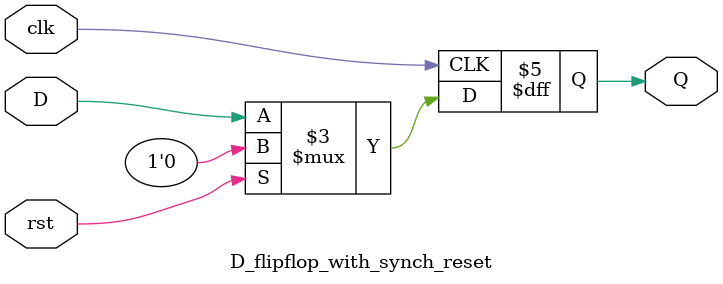
<source format=v>
`timescale 1ns / 1ps


module D_flipflop_with_synch_reset(
    input clk,
    input rst,
    input D,
    output reg Q
    );
    
    always @(posedge clk) begin
        if (rst) begin
            Q <= 1'b0;
        end else begin
            Q <= D;
        end
    end
    
endmodule

</source>
